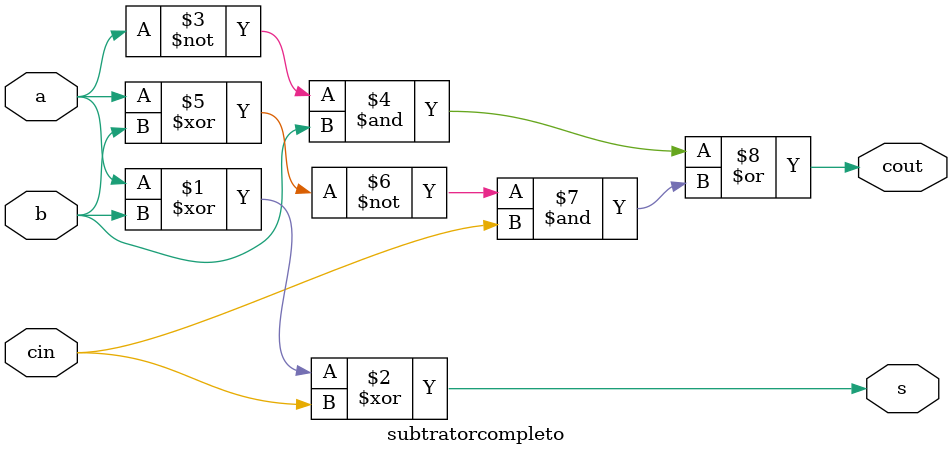
<source format=v>
module subtratorcompleto (a, b, cin, s, cout);
    input a, b, cin;     // Entradas
    output s, cout;      // Saídas

    // Lógica do Subtrator Completo
    assign s    = a ^ b ^ cin;               // Diferença
    assign cout = (~a & b) | ((~(a ^ b)) & cin); // Empréstimo (Borrow)
endmodule

</source>
